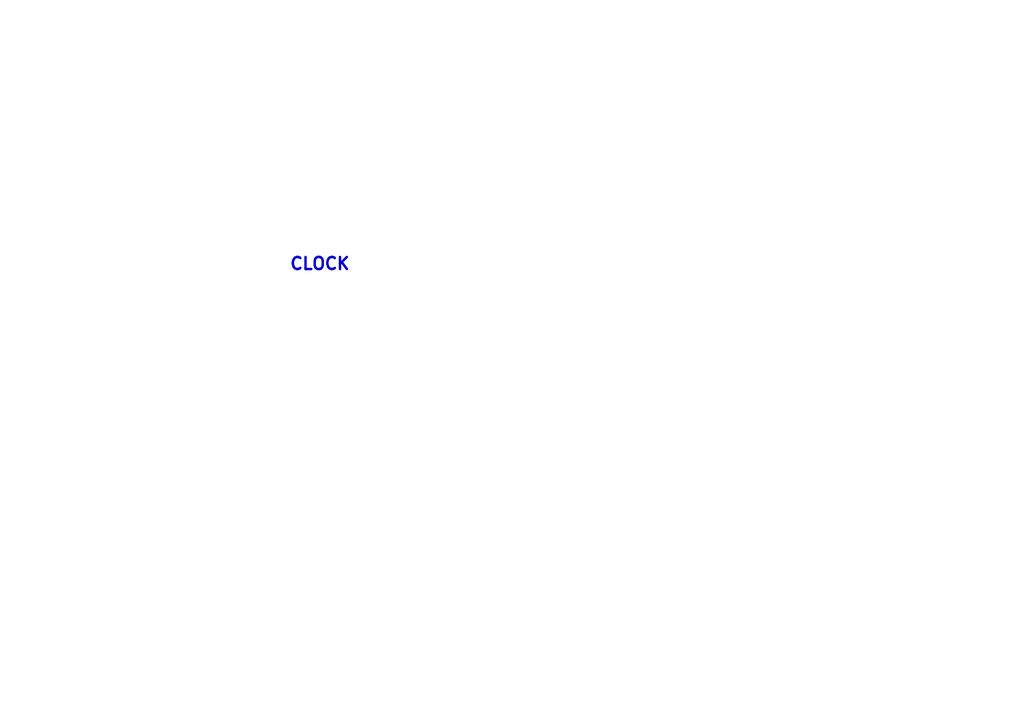
<source format=kicad_sch>
(kicad_sch (version 20230121) (generator eeschema)
  (paper "A4")
  (lib_symbols)
  (text "CLOCK" (at 83.82 78.74 0) (effects (font (size 3.5 3.5) (thickness 0.7) bold) (justify left bottom)))
)
</source>
